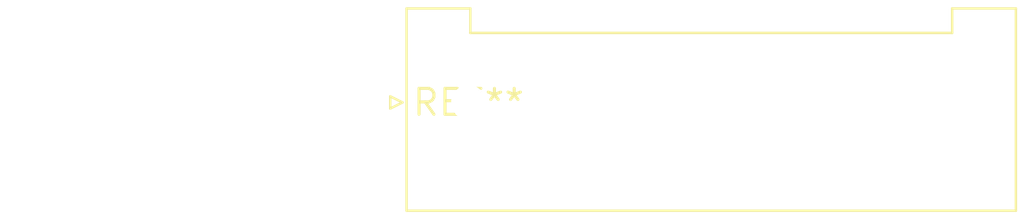
<source format=kicad_pcb>
(kicad_pcb (version 20240108) (generator pcbnew)
  (layers (0 "F.Cu" signal) (31 "B.Cu" signal) (34 "B.Paste" user) (35 "F.Paste" user) (36 "B.SilkS" user "B.Silkscreen") (37 "F.SilkS" user "F.Silkscreen") (38 "B.Mask" user) (39 "F.Mask" user) (44 "Edge.Cuts" user))
  (net 0 "")
  (footprint "JST_VH_B7P-VH-FB-B_1x07_P3.96mm_Vertical" (layer "F.Cu") (at 0 0)
    (property "Reference" "REF**")
    (property "Value" "JST_VH_B7P-VH-FB-B_1x07_P3.96mm_Vertical")
    (fp_line (start -3.83 -0.3) (end -3.23 0) (layer "F.SilkS") (stroke (width 0.12)))
    (fp_line (start -3.83 0.3) (end -3.83 -0.3) (layer "F.SilkS") (stroke (width 0.12)))
    (fp_line (start -3.23 0) (end -3.83 0.3) (layer "F.SilkS") (stroke (width 0.12)))
    (fp_line (start -3.03 -4.61) (end 0.09 -4.61) (layer "F.SilkS") (stroke (width 0.12)))
    (fp_line (start -3.03 5.31) (end -3.03 -4.61) (layer "F.SilkS") (stroke (width 0.12)))
    (fp_line (start 0.09 -4.61) (end 0.09 -3.41) (layer "F.SilkS") (stroke (width 0.12)))
    (fp_line (start 0.09 -3.41) (end 23.67 -3.41) (layer "F.SilkS") (stroke (width 0.12)))
    (fp_line (start 23.67 -4.61) (end 26.79 -4.61) (layer "F.SilkS") (stroke (width 0.12)))
    (fp_line (start 23.67 -3.41) (end 23.67 -4.61) (layer "F.SilkS") (stroke (width 0.12)))
    (fp_line (start 26.79 -4.61) (end 26.79 5.31) (layer "F.SilkS") (stroke (width 0.12)))
    (fp_line (start 26.79 5.31) (end -3.03 5.31) (layer "F.SilkS") (stroke (width 0.12)))
    (pad "" np_thru_hole circle (at -1.5 -3.4) (size 1.45 1.45) (drill 1.45) (layers *.Cu *.Mask))
    (pad "1" thru_hole roundrect (at 0 0) (size 2.7 2.7) (drill 1.7) (layers *.Cu *.Mask) (remove_unused_layers) (roundrect_rratio 0.092593))
    (pad "2" thru_hole circle (at 3.96 0) (size 2.7 2.7) (drill 1.7) (layers *.Cu *.Mask) (remove_unused_layers))
    (pad "3" thru_hole circle (at 7.92 0) (size 2.7 2.7) (drill 1.7) (layers *.Cu *.Mask) (remove_unused_layers))
    (pad "4" thru_hole circle (at 11.88 0) (size 2.7 2.7) (drill 1.7) (layers *.Cu *.Mask) (remove_unused_layers))
    (pad "5" thru_hole circle (at 15.84 0) (size 2.7 2.7) (drill 1.7) (layers *.Cu *.Mask) (remove_unused_layers))
    (pad "6" thru_hole circle (at 19.8 0) (size 2.7 2.7) (drill 1.7) (layers *.Cu *.Mask) (remove_unused_layers))
    (pad "7" thru_hole circle (at 23.76 0) (size 2.7 2.7) (drill 1.7) (layers *.Cu *.Mask) (remove_unused_layers))
  )
)
</source>
